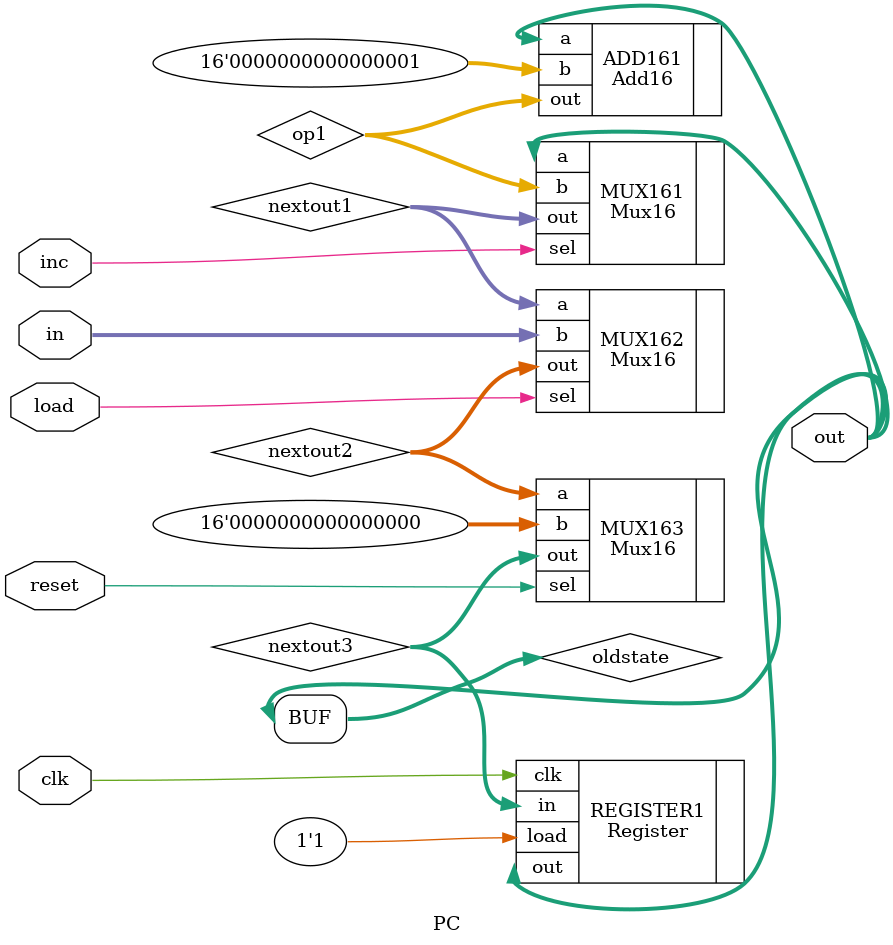
<source format=v>
/**
 * A 16-bit counter with load control bit.
 * if (load[t] == 1)       out[t+1] = in[t]
 * else if (inc[t] == 1)   out[t+1] = out[t] + 1  (integer addition)
 * else                    out[t+1] = out[t]
 */

`default_nettype none
module PC(
	input wire clk,
	input wire reset,
	input wire [15:0] in,
	input wire load,
	input wire inc,
	output wire [15:0] out
);	 
    // Mux16(a=oldstate, b=op1, sel=inc, out=nextout1);
    // Mux16(a=nextout1, b=in, sel=load, out=nextout2);
    // Mux16(a=nextout2, b=false, sel=reset, out=nextout3);
    // Register(in=nextout3, load=true, out=oldstate, out=out);
    // Inc16(in=oldstate, out=op1);
    
    wire[15:0] nextout1;
    wire[15:0] nextout2;
    wire[15:0] nextout3;
    
    wire[15:0] op1;
    Mux16 MUX161(.a(oldstate),.b(op1),.sel(inc), .out(nextout1));
    Mux16 MUX162(.a(nextout1),.b(in),.sel(load), .out(nextout2));
    Mux16 MUX163(.a(nextout2),.b(16'b0000000000000000),.sel(reset), .out(nextout3));

    Register REGISTER1(.in(nextout3),.load(1'b1),.out(out), .clk(clk));
    wire[15:0] oldstate = out;
    Add16 ADD161(.a(oldstate),.b(16'b0000000000000001),.out(op1));

endmodule

</source>
